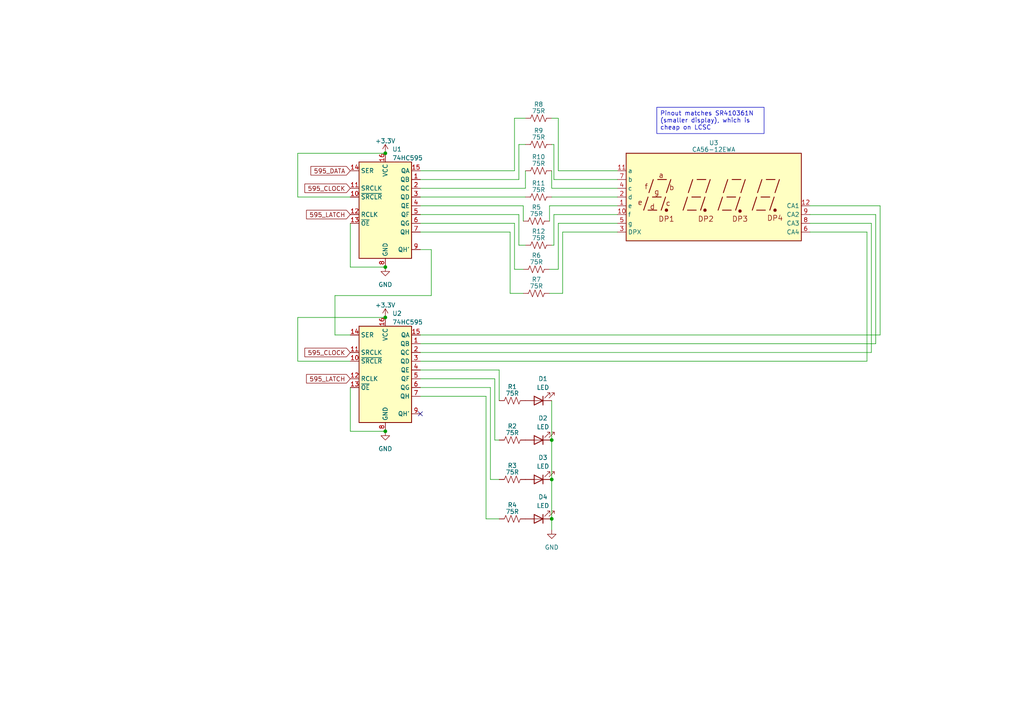
<source format=kicad_sch>
(kicad_sch (version 20230121) (generator eeschema)
  (paper "A4")
  (lib_symbols
    (symbol "74xx:74HC595"
      (property "Reference" "U" (at -7.62 13.97 0))
      (property "Value" "74HC595" (at -7.62 -16.51 0))
      (symbol "74HC595_1_0"
        (pin tri_state line (at 10.16 7.62 180) (length 2.54) (name "QB") (number "1"))
        (pin input line (at -10.16 2.54 0) (length 2.54) (name "~{SRCLR}") (number "10"))
        (pin input line (at -10.16 5.08 0) (length 2.54) (name "SRCLK") (number "11"))
        (pin input line (at -10.16 -2.54 0) (length 2.54) (name "RCLK") (number "12"))
        (pin input line (at -10.16 -5.08 0) (length 2.54) (name "~{OE}") (number "13"))
        (pin input line (at -10.16 10.16 0) (length 2.54) (name "SER") (number "14"))
        (pin tri_state line (at 10.16 10.16 180) (length 2.54) (name "QA") (number "15"))
        (pin power_in line (at 0 15.24 270) (length 2.54) (name "VCC") (number "16"))
        (pin tri_state line (at 10.16 5.08 180) (length 2.54) (name "QC") (number "2"))
        (pin tri_state line (at 10.16 2.54 180) (length 2.54) (name "QD") (number "3"))
        (pin tri_state line (at 10.16 0 180) (length 2.54) (name "QE") (number "4"))
        (pin tri_state line (at 10.16 -2.54 180) (length 2.54) (name "QF") (number "5"))
        (pin tri_state line (at 10.16 -5.08 180) (length 2.54) (name "QG") (number "6"))
        (pin tri_state line (at 10.16 -7.62 180) (length 2.54) (name "QH") (number "7"))
        (pin power_in line (at 0 -17.78 90) (length 2.54) (name "GND") (number "8"))
        (pin output line (at 10.16 -12.7 180) (length 2.54) (name "QH'") (number "9"))
      )
      (symbol "74HC595_1_1"
        (rectangle (start -7.62 12.7) (end 7.62 -15.24) (stroke (width 0.254)) (fill (type background)))
      )
    )
    (symbol "Device:LED" (pin_numbers hide) (pin_names (offset 1.016) hide)
      (property "Reference" "D" (at 0 2.54 0))
      (property "Value" "LED" (at 0 -2.54 0))
      (symbol "LED_0_1"
        (polyline (pts (xy -1.27 -1.27) (xy -1.27 1.27)) (stroke (width 0.254)))
        (polyline (pts (xy -1.27 0) (xy 1.27 0)))
        (polyline (pts (xy 1.27 -1.27) (xy 1.27 1.27) (xy -1.27 0) (xy 1.27 -1.27)) (stroke (width 0.254)))
        (polyline (pts (xy -3.048 -0.762) (xy -4.572 -2.286) (xy -3.81 -2.286) (xy -4.572 -2.286) (xy -4.572 -1.524)))
        (polyline (pts (xy -1.778 -0.762) (xy -3.302 -2.286) (xy -2.54 -2.286) (xy -3.302 -2.286) (xy -3.302 -1.524)))
      )
      (symbol "LED_1_1"
        (pin passive line (at -3.81 0 0) (length 2.54) (name "K") (number "1"))
        (pin passive line (at 3.81 0 180) (length 2.54) (name "A") (number "2"))
      )
    )
    (symbol "Device:R_US" (pin_numbers hide) (pin_names (offset 0))
      (property "Reference" "R" (at 2.54 0 90))
      (property "Value" "R_US" (at -2.54 0 90))
      (symbol "R_US_0_1"
        (polyline (pts (xy 0 -2.286) (xy 0 -2.54)))
        (polyline (pts (xy 0 2.286) (xy 0 2.54)))
        (polyline (pts (xy 0 -0.762) (xy 1.016 -1.143) (xy 0 -1.524) (xy -1.016 -1.905) (xy 0 -2.286)))
        (polyline (pts (xy 0 0.762) (xy 1.016 0.381) (xy 0 0) (xy -1.016 -0.381) (xy 0 -0.762)))
        (polyline (pts (xy 0 2.286) (xy 1.016 1.905) (xy 0 1.524) (xy -1.016 1.143) (xy 0 0.762)))
      )
      (symbol "R_US_1_1"
        (pin passive line (at 0 3.81 270) (length 1.27) (name "~") (number "1"))
        (pin passive line (at 0 -3.81 90) (length 1.27) (name "~") (number "2"))
      )
    )
    (symbol "Display_Character:CA56-12EWA"
      (property "Reference" "U" (at -24.13 13.97 0))
      (property "Value" "CA56-12EWA" (at 19.05 13.97 0))
      (symbol "CA56-12EWA_0_0"
        (rectangle (start -25.4 12.7) (end 25.4 -12.7) (stroke (width 0.254)) (fill (type background)))
        (polyline (pts (xy -20.32 -3.81) (xy -19.05 0)) (stroke (width 0.254)))
        (polyline (pts (xy -19.05 -3.81) (xy -16.51 -3.81)) (stroke (width 0.254)))
        (polyline (pts (xy -18.796 1.27) (xy -17.526 5.08)) (stroke (width 0.254)))
        (polyline (pts (xy -17.78 0) (xy -15.24 0)) (stroke (width 0.254)))
        (polyline (pts (xy -16.256 5.08) (xy -13.716 5.08)) (stroke (width 0.254)))
        (polyline (pts (xy -15.24 -3.81) (xy -13.97 0)) (stroke (width 0.254)))
        (polyline (pts (xy -13.716 1.27) (xy -12.446 5.08)) (stroke (width 0.254)))
        (polyline (pts (xy -8.89 -3.81) (xy -7.62 0)) (stroke (width 0.254)))
        (polyline (pts (xy -7.62 -3.81) (xy -5.08 -3.81)) (stroke (width 0.254)))
        (polyline (pts (xy -7.366 1.27) (xy -6.096 5.08)) (stroke (width 0.254)))
        (polyline (pts (xy -6.35 0) (xy -3.81 0)) (stroke (width 0.254)))
        (polyline (pts (xy -4.826 5.08) (xy -2.286 5.08)) (stroke (width 0.254)))
        (polyline (pts (xy -3.81 -3.81) (xy -2.54 0)) (stroke (width 0.254)))
        (polyline (pts (xy -2.286 1.27) (xy -1.016 5.08)) (stroke (width 0.254)))
        (polyline (pts (xy 1.27 -3.81) (xy 2.54 0)) (stroke (width 0.254)))
        (polyline (pts (xy 2.54 -3.81) (xy 5.08 -3.81)) (stroke (width 0.254)))
        (polyline (pts (xy 2.794 1.27) (xy 4.064 5.08)) (stroke (width 0.254)))
        (polyline (pts (xy 3.81 0) (xy 6.35 0)) (stroke (width 0.254)))
        (polyline (pts (xy 5.334 5.08) (xy 7.874 5.08)) (stroke (width 0.254)))
        (polyline (pts (xy 6.35 -3.81) (xy 7.62 0)) (stroke (width 0.254)))
        (polyline (pts (xy 7.874 1.27) (xy 9.144 5.08)) (stroke (width 0.254)))
        (polyline (pts (xy 11.176 -3.81) (xy 12.446 0)) (stroke (width 0.254)))
        (polyline (pts (xy 12.446 -3.81) (xy 14.986 -3.81)) (stroke (width 0.254)))
        (polyline (pts (xy 12.7 1.27) (xy 13.97 5.08)) (stroke (width 0.254)))
        (polyline (pts (xy 13.716 0) (xy 16.256 0)) (stroke (width 0.254)))
        (polyline (pts (xy 15.24 5.08) (xy 17.78 5.08)) (stroke (width 0.254)))
        (polyline (pts (xy 16.256 -3.81) (xy 17.526 0)) (stroke (width 0.254)))
        (polyline (pts (xy 17.78 1.27) (xy 19.05 5.08)) (stroke (width 0.254)))
        (text "a" (at -15.24 6.35 0) (effects (font (size 1.524 1.524))))
        (text "b" (at -12.192 2.794 0) (effects (font (size 1.524 1.524))))
        (text "c" (at -13.208 -1.778 0) (effects (font (size 1.524 1.524))))
        (text "d" (at -17.78 -2.794 0) (effects (font (size 1.524 1.524))))
        (text "DP1" (at -13.716 -6.35 0) (effects (font (size 1.524 1.524))))
        (text "DP2" (at -2.286 -6.35 0) (effects (font (size 1.524 1.524))))
        (text "DP3" (at 7.62 -6.35 0) (effects (font (size 1.524 1.524))))
        (text "DP4" (at 17.78 -6.096 0) (effects (font (size 1.524 1.524))))
        (text "e" (at -21.336 -1.524 0) (effects (font (size 1.524 1.524))))
        (text "f" (at -19.558 3.048 0) (effects (font (size 1.524 1.524))))
        (text "g" (at -16.51 1.524 0) (effects (font (size 1.524 1.524))))
      )
      (symbol "CA56-12EWA_0_1"
        (circle (center -13.716 -3.81) (radius 0.3556) (stroke (width 0.254)) (fill (type outline)))
        (circle (center -2.54 -3.81) (radius 0.3556) (stroke (width 0.254)) (fill (type outline)))
      )
      (symbol "CA56-12EWA_1_0"
        (circle (center 7.62 -4.064) (radius 0.3556) (stroke (width 0.254)) (fill (type outline)))
        (circle (center 17.78 -3.81) (radius 0.3556) (stroke (width 0.254)) (fill (type outline)))
      )
      (symbol "CA56-12EWA_1_1"
        (pin input line (at -27.94 -2.54 0) (length 2.54) (name "e") (number "1"))
        (pin input line (at -27.94 -5.08 0) (length 2.54) (name "f") (number "10"))
        (pin input line (at -27.94 7.62 0) (length 2.54) (name "a") (number "11"))
        (pin input line (at 27.94 -2.54 180) (length 2.54) (name "CA1") (number "12"))
        (pin input line (at -27.94 0 0) (length 2.54) (name "d") (number "2"))
        (pin input line (at -27.94 -10.16 0) (length 2.54) (name "DPX") (number "3"))
        (pin input line (at -27.94 2.54 0) (length 2.54) (name "c") (number "4"))
        (pin input line (at -27.94 -7.62 0) (length 2.54) (name "g") (number "5"))
        (pin input line (at 27.94 -10.16 180) (length 2.54) (name "CA4") (number "6"))
        (pin input line (at -27.94 5.08 0) (length 2.54) (name "b") (number "7"))
        (pin input line (at 27.94 -7.62 180) (length 2.54) (name "CA3") (number "8"))
        (pin input line (at 27.94 -5.08 180) (length 2.54) (name "CA2") (number "9"))
      )
    )
    (symbol "power:+3.3V" (power) (pin_names (offset 0))
      (property "Value" "+3.3V" (at 0 3.556 0))
      (symbol "+3.3V_0_1"
        (polyline (pts (xy -0.762 1.27) (xy 0 2.54)))
        (polyline (pts (xy 0 0) (xy 0 2.54)))
        (polyline (pts (xy 0 2.54) (xy 0.762 1.27)))
      )
      (symbol "+3.3V_1_1"
        (pin power_in line (at 0 0 90) (length 0) hide (name "+3.3V") (number "1"))
      )
    )
    (symbol "power:GND" (power) (pin_names (offset 0))
      (property "Value" "GND" (at 0 -3.81 0))
      (symbol "GND_0_1"
        (polyline (pts (xy 0 0) (xy 0 -1.27) (xy 1.27 -1.27) (xy 0 -2.54) (xy -1.27 -1.27) (xy 0 -1.27)))
      )
      (symbol "GND_1_1"
        (pin power_in line (at 0 0 270) (length 0) hide (name "GND") (number "1"))
      )
    )
  )
  (junction (at 160.02 139.065))
  (junction (at 111.76 77.47))
  (junction (at 160.02 127.635))
  (junction (at 160.02 150.495))
  (junction (at 111.76 92.075))
  (junction (at 111.76 44.45))
  (junction (at 111.76 125.095))
  (no_connect (at 121.92 120.015))
  (wire (pts (xy 160.02 127.635) (xy 160.02 139.065)))
  (wire (pts (xy 121.92 62.23) (xy 150.495 62.23)))
  (wire (pts (xy 149.225 78.105) (xy 151.765 78.105)))
  (wire (pts (xy 163.195 67.31) (xy 163.195 85.09)))
  (wire (pts (xy 161.925 78.105) (xy 161.925 64.77)))
  (wire (pts (xy 125.095 72.39) (xy 125.095 85.725)))
  (wire (pts (xy 159.385 85.09) (xy 163.195 85.09)))
  (wire (pts (xy 121.92 54.61) (xy 152.4 54.61)))
  (wire (pts (xy 179.07 67.31) (xy 163.195 67.31)))
  (wire (pts (xy 254 62.23) (xy 254 99.695)))
  (wire (pts (xy 160.655 62.23) (xy 160.655 71.12)))
  (wire (pts (xy 144.78 139.065) (xy 142.24 139.065)))
  (wire (pts (xy 121.92 107.315) (xy 144.78 107.315)))
  (wire (pts (xy 140.97 150.495) (xy 144.78 150.495)))
  (wire (pts (xy 159.385 59.69) (xy 179.07 59.69)))
  (wire (pts (xy 160.655 41.91) (xy 160.02 41.91)))
  (wire (pts (xy 161.925 64.77) (xy 179.07 64.77)))
  (wire (pts (xy 86.36 104.775) (xy 101.6 104.775)))
  (wire (pts (xy 111.76 92.075) (xy 86.36 92.075)))
  (wire (pts (xy 121.92 67.31) (xy 147.955 67.31)))
  (wire (pts (xy 101.6 112.395) (xy 101.6 125.095)))
  (wire (pts (xy 86.36 57.15) (xy 101.6 57.15)))
  (wire (pts (xy 255.27 59.69) (xy 255.27 97.155)))
  (wire (pts (xy 147.955 85.09) (xy 151.765 85.09)))
  (wire (pts (xy 150.495 41.91) (xy 152.4 41.91)))
  (wire (pts (xy 160.02 116.205) (xy 160.02 127.635)))
  (wire (pts (xy 160.02 150.495) (xy 160.02 153.67)))
  (wire (pts (xy 143.51 109.855) (xy 143.51 127.635)))
  (wire (pts (xy 150.495 62.23) (xy 150.495 71.12)))
  (wire (pts (xy 125.095 85.725) (xy 97.155 85.725)))
  (wire (pts (xy 160.02 49.53) (xy 160.02 54.61)))
  (wire (pts (xy 161.925 34.29) (xy 161.925 49.53)))
  (wire (pts (xy 140.97 114.935) (xy 140.97 150.495)))
  (wire (pts (xy 86.36 92.075) (xy 86.36 104.775)))
  (wire (pts (xy 179.07 62.23) (xy 160.655 62.23)))
  (wire (pts (xy 147.955 67.31) (xy 147.955 85.09)))
  (wire (pts (xy 150.495 71.12) (xy 152.4 71.12)))
  (wire (pts (xy 160.02 139.065) (xy 160.02 150.495)))
  (wire (pts (xy 254 99.695) (xy 121.92 99.695)))
  (wire (pts (xy 101.6 125.095) (xy 111.76 125.095)))
  (wire (pts (xy 161.925 49.53) (xy 179.07 49.53)))
  (wire (pts (xy 101.6 64.77) (xy 101.6 77.47)))
  (wire (pts (xy 251.46 67.31) (xy 234.95 67.31)))
  (wire (pts (xy 142.24 112.395) (xy 121.92 112.395)))
  (wire (pts (xy 149.225 34.29) (xy 152.4 34.29)))
  (wire (pts (xy 97.155 97.155) (xy 101.6 97.155)))
  (wire (pts (xy 160.655 52.07) (xy 160.655 41.91)))
  (wire (pts (xy 121.92 109.855) (xy 143.51 109.855)))
  (wire (pts (xy 121.92 72.39) (xy 125.095 72.39)))
  (wire (pts (xy 179.07 52.07) (xy 160.655 52.07)))
  (wire (pts (xy 121.92 97.155) (xy 255.27 97.155)))
  (wire (pts (xy 234.95 59.69) (xy 255.27 59.69)))
  (wire (pts (xy 234.95 62.23) (xy 254 62.23)))
  (wire (pts (xy 121.92 57.15) (xy 152.4 57.15)))
  (wire (pts (xy 149.225 49.53) (xy 149.225 34.29)))
  (wire (pts (xy 121.92 102.235) (xy 252.73 102.235)))
  (wire (pts (xy 97.155 85.725) (xy 97.155 97.155)))
  (wire (pts (xy 150.495 52.07) (xy 150.495 41.91)))
  (wire (pts (xy 121.92 49.53) (xy 149.225 49.53)))
  (wire (pts (xy 152.4 54.61) (xy 152.4 49.53)))
  (wire (pts (xy 121.92 59.69) (xy 151.765 59.69)))
  (wire (pts (xy 121.92 104.775) (xy 251.46 104.775)))
  (wire (pts (xy 143.51 127.635) (xy 144.78 127.635)))
  (wire (pts (xy 86.36 44.45) (xy 86.36 57.15)))
  (wire (pts (xy 121.92 114.935) (xy 140.97 114.935)))
  (wire (pts (xy 121.92 52.07) (xy 150.495 52.07)))
  (wire (pts (xy 149.225 64.77) (xy 149.225 78.105)))
  (wire (pts (xy 160.02 34.29) (xy 161.925 34.29)))
  (wire (pts (xy 121.92 64.77) (xy 149.225 64.77)))
  (wire (pts (xy 144.78 107.315) (xy 144.78 116.205)))
  (wire (pts (xy 142.24 139.065) (xy 142.24 112.395)))
  (wire (pts (xy 251.46 104.775) (xy 251.46 67.31)))
  (wire (pts (xy 159.385 64.135) (xy 159.385 59.69)))
  (wire (pts (xy 160.02 57.15) (xy 179.07 57.15)))
  (wire (pts (xy 101.6 77.47) (xy 111.76 77.47)))
  (wire (pts (xy 111.76 44.45) (xy 86.36 44.45)))
  (wire (pts (xy 179.07 54.61) (xy 160.02 54.61)))
  (wire (pts (xy 160.02 71.12) (xy 160.655 71.12)))
  (wire (pts (xy 234.95 64.77) (xy 252.73 64.77)))
  (wire (pts (xy 151.765 59.69) (xy 151.765 64.135)))
  (wire (pts (xy 252.73 64.77) (xy 252.73 102.235)))
  (wire (pts (xy 159.385 78.105) (xy 161.925 78.105)))
  (text_box "Pinout matches SR410361N (smaller display), which is cheap on LCSC" (at 190.5 31.115 0) (size 31.115 7.62) (effects (font (size 1.27 1.27)) (justify left top)))
  (global_label "595_DATA" (shape input) (at 101.6 49.53 180) (property "Intersheetrefs" "${INTERSHEET_REFS}" (effects hide)))
  (global_label "595_CLOCK" (shape input) (at 101.6 54.61 180) (property "Intersheetrefs" "${INTERSHEET_REFS}" (effects hide)))
  (global_label "595_CLOCK" (shape input) (at 101.6 102.235 180) (property "Intersheetrefs" "${INTERSHEET_REFS}" (effects hide)))
  (global_label "595_LATCH" (shape input) (at 101.6 62.23 180) (property "Intersheetrefs" "${INTERSHEET_REFS}" (effects hide)))
  (global_label "595_LATCH" (shape input) (at 101.6 109.855 180) (property "Intersheetrefs" "${INTERSHEET_REFS}" (effects hide)))
  (symbol (lib_id "74xx:74HC595") (at 111.76 59.69 0) (unit 1)
    (property "Reference" "U1" (at 113.7794 43.2902 0) (effects (justify left)))
    (property "Value" "74HC595" (at 113.7794 45.8271 0) (effects (justify left)))
    (property "Footprint" "Package_SO:SOIC-16_3.9x9.9mm_P1.27mm" (effects hide))
    (property "Datasheet" "http://www.ti.com/lit/ds/symlink/sn74hc595.pdf" (effects hide))
  )
  (symbol (lib_id "Device:LED") (at 156.21 127.635 180) (unit 1)
    (property "Reference" "D2" (at 157.48 121.285 0))
    (property "Value" "LED" (at 157.48 123.825 0))
    (property "Footprint" "LED_THT:LED_D3.0mm" (effects hide))
  )
  (symbol (lib_id "Device:R_US") (at 156.21 41.91 270) (unit 1)
    (property "Reference" "R9" (at 156.21 37.8841 90))
    (property "Value" "75R" (at 156.21 39.8051 90))
    (property "Footprint" "Resistor_SMD:R_0603_1608Metric" (effects hide))
  )
  (symbol (lib_id "Device:LED") (at 156.21 116.205 180) (unit 1)
    (property "Reference" "D1" (at 157.48 109.855 0))
    (property "Value" "LED" (at 157.48 112.395 0))
    (property "Footprint" "LED_THT:LED_D3.0mm" (effects hide))
  )
  (symbol (lib_id "power:GND") (at 111.76 125.095 0) (unit 1)
    (property "Reference" "#PWR031" (effects hide))
    (property "Value" "GND" (at 111.76 130.175 0))
  )
  (symbol (lib_id "74xx:74HC595") (at 111.76 107.315 0) (unit 1)
    (property "Reference" "U2" (at 113.7794 90.9152 0) (effects (justify left)))
    (property "Value" "74HC595" (at 113.7794 93.4521 0) (effects (justify left)))
    (property "Footprint" "Package_SO:SOIC-16_3.9x9.9mm_P1.27mm" (effects hide))
    (property "Datasheet" "http://www.ti.com/lit/ds/symlink/sn74hc595.pdf" (effects hide))
  )
  (symbol (lib_id "Device:R_US") (at 155.575 78.105 270) (unit 1)
    (property "Reference" "R6" (at 155.575 74.0791 90))
    (property "Value" "75R" (at 155.575 76.0001 90))
    (property "Footprint" "Resistor_SMD:R_0603_1608Metric" (effects hide))
  )
  (symbol (lib_id "power:+3.3V") (at 111.76 92.075 0) (unit 1)
    (property "Reference" "#PWR?" (effects hide))
    (property "Value" "+3.3V" (at 111.76 88.519 0))
    (instances (project "dk2_04_top" (path "" (reference "#PWR?") (unit 1)) (path "" (reference "#PWR030") (unit 1))))
  )
  (symbol (lib_id "Device:R_US") (at 148.59 116.205 270) (unit 1)
    (property "Reference" "R1" (at 148.59 112.1791 90))
    (property "Value" "75R" (at 148.59 114.1001 90))
    (property "Footprint" "Resistor_SMD:R_0603_1608Metric" (effects hide))
  )
  (symbol (lib_id "Display_Character:CA56-12EWA") (at 207.01 57.15 0) (unit 1)
    (property "Reference" "U3" (at 207.01 41.4401 0))
    (property "Value" "CA56-12EWA" (at 207.01 43.3611 0))
    (property "Footprint" "Library:SR410361N" (effects hide))
    (property "Datasheet" "http://www.kingbrightusa.com/images/catalog/SPEC/CA56-12EWA.pdf" (effects hide))
  )
  (symbol (lib_id "power:GND") (at 160.02 153.67 0) (unit 1)
    (property "Reference" "#PWR032" (effects hide))
    (property "Value" "GND" (at 160.02 158.75 0))
  )
  (symbol (lib_id "Device:R_US") (at 156.21 49.53 270) (unit 1)
    (property "Reference" "R10" (at 156.21 45.5041 90))
    (property "Value" "75R" (at 156.21 47.4251 90))
    (property "Footprint" "Resistor_SMD:R_0603_1608Metric" (effects hide))
  )
  (symbol (lib_id "Device:R_US") (at 148.59 139.065 270) (unit 1)
    (property "Reference" "R3" (at 148.59 135.0391 90))
    (property "Value" "75R" (at 148.59 136.9601 90))
    (property "Footprint" "Resistor_SMD:R_0603_1608Metric" (effects hide))
  )
  (symbol (lib_id "Device:R_US") (at 156.21 57.15 270) (unit 1)
    (property "Reference" "R11" (at 156.21 53.1241 90))
    (property "Value" "75R" (at 156.21 55.0451 90))
    (property "Footprint" "Resistor_SMD:R_0603_1608Metric" (effects hide))
  )
  (symbol (lib_id "Device:LED") (at 156.21 150.495 180) (unit 1)
    (property "Reference" "D4" (at 157.48 144.145 0))
    (property "Value" "LED" (at 157.48 146.685 0))
    (property "Footprint" "LED_THT:LED_D3.0mm" (effects hide))
  )
  (symbol (lib_id "Device:R_US") (at 148.59 127.635 270) (unit 1)
    (property "Reference" "R2" (at 148.59 123.6091 90))
    (property "Value" "75R" (at 148.59 125.5301 90))
    (property "Footprint" "Resistor_SMD:R_0603_1608Metric" (effects hide))
  )
  (symbol (lib_id "Device:R_US") (at 156.21 71.12 270) (unit 1)
    (property "Reference" "R12" (at 156.21 67.0941 90))
    (property "Value" "75R" (at 156.21 69.0151 90))
    (property "Footprint" "Resistor_SMD:R_0603_1608Metric" (effects hide))
  )
  (symbol (lib_id "Device:R_US") (at 155.575 64.135 270) (unit 1)
    (property "Reference" "R5" (at 155.575 60.1091 90))
    (property "Value" "75R" (at 155.575 62.0301 90))
    (property "Footprint" "Resistor_SMD:R_0603_1608Metric" (effects hide))
  )
  (symbol (lib_id "power:GND") (at 111.76 77.47 0) (unit 1)
    (property "Reference" "#PWR029" (effects hide))
    (property "Value" "GND" (at 111.76 82.55 0))
  )
  (symbol (lib_id "Device:R_US") (at 155.575 85.09 270) (unit 1)
    (property "Reference" "R7" (at 155.575 81.0641 90))
    (property "Value" "75R" (at 155.575 82.9851 90))
    (property "Footprint" "Resistor_SMD:R_0603_1608Metric" (effects hide))
  )
  (symbol (lib_id "power:+3.3V") (at 111.76 44.45 0) (unit 1)
    (property "Reference" "#PWR?" (effects hide))
    (property "Value" "+3.3V" (at 111.76 40.894 0))
    (instances (project "dk2_04_top" (path "" (reference "#PWR?") (unit 1)) (path "" (reference "#PWR028") (unit 1))))
  )
  (symbol (lib_id "Device:R_US") (at 148.59 150.495 270) (unit 1)
    (property "Reference" "R4" (at 148.59 146.4691 90))
    (property "Value" "75R" (at 148.59 148.3901 90))
    (property "Footprint" "Resistor_SMD:R_0603_1608Metric" (effects hide))
  )
  (symbol (lib_id "Device:R_US") (at 156.21 34.29 270) (unit 1)
    (property "Reference" "R8" (at 156.21 30.2641 90))
    (property "Value" "75R" (at 156.21 32.1851 90))
    (property "Footprint" "Resistor_SMD:R_0603_1608Metric" (effects hide))
  )
  (symbol (lib_id "Device:LED") (at 156.21 139.065 180) (unit 1)
    (property "Reference" "D3" (at 157.48 132.715 0))
    (property "Value" "LED" (at 157.48 135.255 0))
    (property "Footprint" "LED_THT:LED_D3.0mm" (effects hide))
  )
)
</source>
